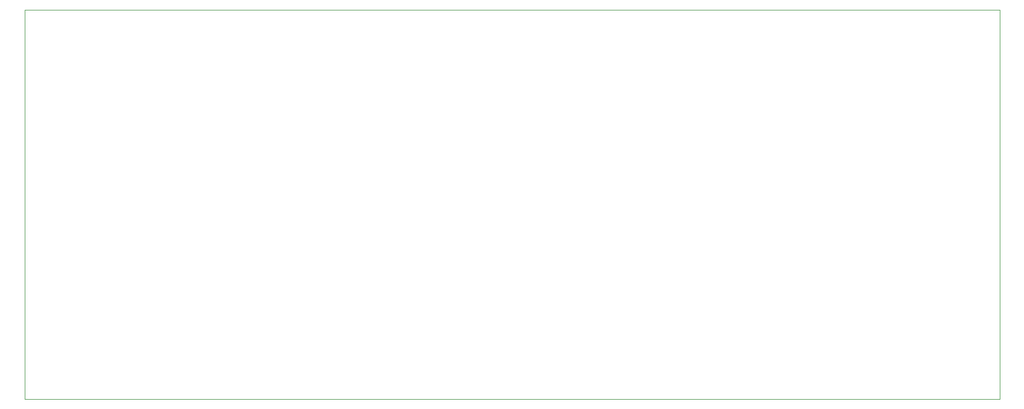
<source format=gbr>
%TF.GenerationSoftware,KiCad,Pcbnew,7.0.9-134-g1fdf7d0cf4*%
%TF.CreationDate,2024-01-08T16:26:38+03:00*%
%TF.ProjectId,Pentagon128_InterfaceBoard,50656e74-6167-46f6-9e31-32385f496e74,rev?*%
%TF.SameCoordinates,Original*%
%TF.FileFunction,Profile,NP*%
%FSLAX46Y46*%
G04 Gerber Fmt 4.6, Leading zero omitted, Abs format (unit mm)*
G04 Created by KiCad (PCBNEW 7.0.9-134-g1fdf7d0cf4) date 2024-01-08 16:26:38*
%MOMM*%
%LPD*%
G01*
G04 APERTURE LIST*
%TA.AperFunction,Profile*%
%ADD10C,0.100000*%
%TD*%
G04 APERTURE END LIST*
D10*
X204600000Y-58300000D02*
X204600000Y-118300000D01*
X54600000Y-118300000D02*
X54600000Y-58300000D01*
X204600000Y-118300000D02*
X54600000Y-118300000D01*
X54600000Y-58300000D02*
X204600000Y-58300000D01*
M02*

</source>
